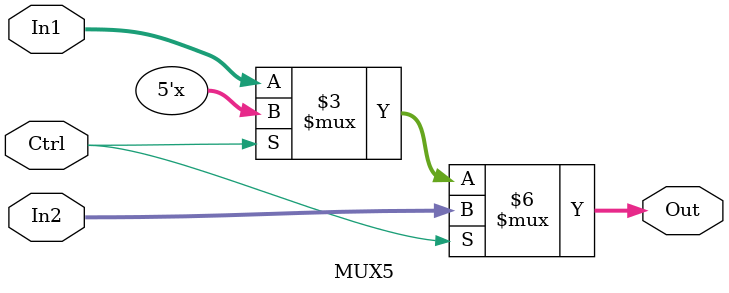
<source format=v>
`timescale 1ns / 1ps
module MUX5 (In1, In2, Ctrl, Out);
input [4:0] In1, In2; 
input Ctrl; 
output [4:0] Out;
reg[4:0]Out;
always@(*)begin
if (Ctrl)
begin
Out <= In2;
end
else if(!Ctrl)
begin
Out <= In1;
end
end
endmodule

</source>
